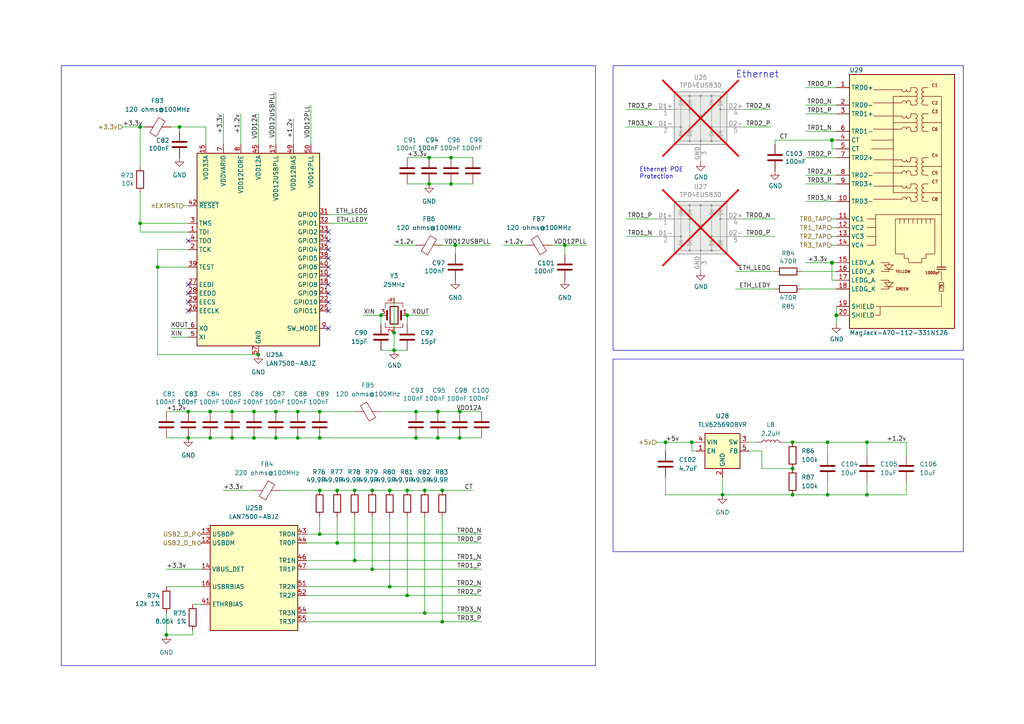
<source format=kicad_sch>
(kicad_sch (version 20250114) (generator "eeschema") (generator_version "9.0")
  (paper "A4")
  (rectangle (start 177.8 104.14) (end 279.4 160.02))
  (rectangle (start 17.78 19.05) (end 172.72 193.04))
  (rectangle (start 177.8 19.05) (end 279.4 101.6))
  (text "Ethernet POE\nProtection" (at 185.42 52.07 0) (effects (font (size 1.27 1.27)) (justify left bottom)))
  (text "Ethernet" (at 213.36 22.86 0) (effects (font (size 2.0066 2.0066)) (justify left bottom)))
  (junction (at 48.26 184.15))
  (junction (at 229.87 135.89))
  (junction (at 120.65 127))
  (junction (at 130.81 53.34))
  (junction (at 251.46 128.27))
  (junction (at 60.96 127))
  (junction (at 209.55 143.51))
  (junction (at 114.3 96.52))
  (junction (at 124.46 45.72))
  (junction (at 107.95 165.1))
  (junction (at 45.72 77.47))
  (junction (at 127 119.38))
  (junction (at 73.66 119.38))
  (junction (at 80.01 119.38))
  (junction (at 193.04 128.27))
  (junction (at 114.3 101.6))
  (junction (at 52.07 36.83))
  (junction (at 102.87 142.24))
  (junction (at 229.87 128.27))
  (junction (at 123.19 177.8))
  (junction (at 133.35 119.38))
  (junction (at 67.31 127))
  (junction (at 163.83 71.12))
  (junction (at 86.36 119.38))
  (junction (at 124.46 53.34))
  (junction (at 113.03 142.24))
  (junction (at 60.96 119.38))
  (junction (at 120.65 119.38))
  (junction (at 251.46 143.51))
  (junction (at 110.49 91.44))
  (junction (at 92.71 154.94))
  (junction (at 92.71 142.24))
  (junction (at 128.27 142.24))
  (junction (at 240.03 143.51))
  (junction (at 229.87 143.51))
  (junction (at 118.11 172.72))
  (junction (at 40.64 64.77))
  (junction (at 80.01 127))
  (junction (at 240.03 128.27))
  (junction (at 133.35 127))
  (junction (at 242.57 91.44) (diameter 1.016))
  (junction (at 73.66 127))
  (junction (at 241.3 76.2) (diameter 1.016))
  (junction (at 102.87 162.56))
  (junction (at 92.71 119.38))
  (junction (at 40.64 36.83))
  (junction (at 74.93 102.87))
  (junction (at 92.71 127))
  (junction (at 97.79 142.24))
  (junction (at 67.31 119.38))
  (junction (at 54.61 119.38))
  (junction (at 123.19 142.24))
  (junction (at 118.11 142.24))
  (junction (at 86.36 127))
  (junction (at 113.03 170.18))
  (junction (at 128.27 180.34))
  (junction (at 200.66 128.27))
  (junction (at 118.11 91.44))
  (junction (at 130.81 45.72))
  (junction (at 107.95 142.24))
  (junction (at 97.79 157.48))
  (junction (at 241.3 40.64) (diameter 1.016))
  (junction (at 132.08 71.12))
  (junction (at 127 127))
  (junction (at 54.61 127))
  (no_connect (at 95.25 69.85))
  (no_connect (at 95.25 85.09))
  (no_connect (at 54.61 87.63))
  (no_connect (at 54.61 69.85))
  (no_connect (at 54.61 90.17))
  (no_connect (at 95.25 87.63))
  (no_connect (at 95.25 82.55))
  (no_connect (at 95.25 77.47))
  (no_connect (at 95.25 67.31))
  (no_connect (at 95.25 80.01))
  (no_connect (at 95.25 72.39))
  (no_connect (at 54.61 82.55))
  (no_connect (at 95.25 95.25))
  (no_connect (at 54.61 85.09))
  (no_connect (at 95.25 74.93))
  (no_connect (at 95.25 90.17))
  (wire (pts (xy 200.66 128.27) (xy 200.66 130.81)))
  (wire (pts (xy 110.49 101.6) (xy 114.3 101.6)))
  (wire (pts (xy 219.71 128.27) (xy 217.17 128.27)))
  (wire (pts (xy 40.64 64.77) (xy 54.61 64.77)))
  (wire (pts (xy 52.07 36.83) (xy 52.07 38.1)))
  (wire (pts (xy 49.53 95.25) (xy 54.61 95.25)))
  (wire (pts (xy 113.03 142.24) (xy 118.11 142.24)))
  (wire (pts (xy 262.89 139.7) (xy 262.89 143.51)))
  (wire (pts (xy 215.9 68.58) (xy 224.79 68.58)))
  (wire (pts (xy 48.26 170.18) (xy 58.42 170.18)))
  (wire (pts (xy 114.3 101.6) (xy 118.11 101.6)))
  (wire (pts (xy 233.68 30.48) (xy 242.57 30.48)))
  (wire (pts (xy 55.88 175.26) (xy 58.42 175.26)))
  (wire (pts (xy 80.01 119.38) (xy 86.36 119.38)))
  (wire (pts (xy 69.85 33.02) (xy 69.85 41.91)))
  (wire (pts (xy 110.49 119.38) (xy 120.65 119.38)))
  (wire (pts (xy 86.36 119.38) (xy 92.71 119.38)))
  (wire (pts (xy 232.41 83.82) (xy 242.57 83.82)))
  (wire (pts (xy 67.31 119.38) (xy 73.66 119.38)))
  (wire (pts (xy 241.3 66.04) (xy 242.57 66.04)))
  (wire (pts (xy 242.57 81.28) (xy 241.3 81.28)))
  (wire (pts (xy 48.26 177.8) (xy 48.26 184.15)))
  (wire (pts (xy 128.27 142.24) (xy 137.16 142.24)))
  (wire (pts (xy 240.03 143.51) (xy 251.46 143.51)))
  (wire (pts (xy 241.3 68.58) (xy 242.57 68.58)))
  (wire (pts (xy 88.9 180.34) (xy 128.27 180.34)))
  (wire (pts (xy 118.11 45.72) (xy 124.46 45.72)))
  (wire (pts (xy 209.55 143.51) (xy 209.55 138.43)))
  (wire (pts (xy 80.01 127) (xy 86.36 127)))
  (wire (pts (xy 193.04 143.51) (xy 209.55 143.51)))
  (wire (pts (xy 48.26 165.1) (xy 58.42 165.1)))
  (wire (pts (xy 54.61 119.38) (xy 60.96 119.38)))
  (wire (pts (xy 92.71 119.38) (xy 102.87 119.38)))
  (wire (pts (xy 40.64 36.83) (xy 41.91 36.83)))
  (wire (pts (xy 181.61 63.5) (xy 190.5 63.5)))
  (wire (pts (xy 107.95 142.24) (xy 113.03 142.24)))
  (wire (pts (xy 118.11 172.72) (xy 118.11 149.86)))
  (wire (pts (xy 67.31 127) (xy 73.66 127)))
  (wire (pts (xy 49.53 97.79) (xy 54.61 97.79)))
  (wire (pts (xy 181.61 31.75) (xy 190.5 31.75)))
  (wire (pts (xy 40.64 67.31) (xy 40.64 64.77)))
  (wire (pts (xy 127 119.38) (xy 133.35 119.38)))
  (wire (pts (xy 193.04 130.81) (xy 193.04 128.27)))
  (wire (pts (xy 88.9 170.18) (xy 113.03 170.18)))
  (wire (pts (xy 215.9 31.75) (xy 223.52 31.75)))
  (wire (pts (xy 130.81 45.72) (xy 137.16 45.72)))
  (wire (pts (xy 241.3 63.5) (xy 242.57 63.5)))
  (wire (pts (xy 86.36 127) (xy 92.71 127)))
  (wire (pts (xy 45.72 77.47) (xy 54.61 77.47)))
  (wire (pts (xy 97.79 142.24) (xy 102.87 142.24)))
  (wire (pts (xy 241.3 43.18) (xy 241.3 40.64)))
  (wire (pts (xy 114.3 96.52) (xy 114.3 101.6)))
  (wire (pts (xy 127 127) (xy 133.35 127)))
  (wire (pts (xy 114.3 71.12) (xy 120.65 71.12)))
  (wire (pts (xy 88.9 165.1) (xy 107.95 165.1)))
  (wire (pts (xy 233.68 58.42) (xy 242.57 58.42)))
  (wire (pts (xy 240.03 143.51) (xy 229.87 143.51)))
  (wire (pts (xy 114.3 86.36) (xy 114.3 96.52)))
  (wire (pts (xy 160.02 71.12) (xy 163.83 71.12)))
  (wire (pts (xy 123.19 142.24) (xy 128.27 142.24)))
  (wire (pts (xy 35.56 36.83) (xy 40.64 36.83)))
  (wire (pts (xy 124.46 45.72) (xy 130.81 45.72)))
  (wire (pts (xy 92.71 127) (xy 120.65 127)))
  (wire (pts (xy 220.98 130.81) (xy 220.98 135.89)))
  (wire (pts (xy 92.71 154.94) (xy 139.7 154.94)))
  (wire (pts (xy 52.07 36.83) (xy 59.69 36.83)))
  (wire (pts (xy 163.83 71.12) (xy 170.18 71.12)))
  (wire (pts (xy 193.04 128.27) (xy 200.66 128.27)))
  (wire (pts (xy 224.79 41.91) (xy 224.79 40.64)))
  (wire (pts (xy 88.9 177.8) (xy 123.19 177.8)))
  (wire (pts (xy 128.27 149.86) (xy 128.27 180.34)))
  (wire (pts (xy 242.57 91.44) (xy 242.57 93.98)))
  (wire (pts (xy 251.46 132.08) (xy 251.46 128.27)))
  (wire (pts (xy 240.03 139.7) (xy 240.03 143.51)))
  (wire (pts (xy 118.11 172.72) (xy 139.7 172.72)))
  (wire (pts (xy 233.68 45.72) (xy 242.57 45.72)))
  (wire (pts (xy 54.61 72.39) (xy 45.72 72.39)))
  (wire (pts (xy 217.17 130.81) (xy 220.98 130.81)))
  (wire (pts (xy 241.3 76.2) (xy 242.57 76.2)))
  (wire (pts (xy 220.98 135.89) (xy 229.87 135.89)))
  (wire (pts (xy 200.66 128.27) (xy 201.93 128.27)))
  (wire (pts (xy 233.68 76.2) (xy 241.3 76.2)))
  (wire (pts (xy 97.79 157.48) (xy 139.7 157.48)))
  (wire (pts (xy 251.46 143.51) (xy 262.89 143.51)))
  (wire (pts (xy 251.46 128.27) (xy 262.89 128.27)))
  (wire (pts (xy 81.28 142.24) (xy 92.71 142.24)))
  (wire (pts (xy 118.11 91.44) (xy 118.11 93.98)))
  (wire (pts (xy 102.87 142.24) (xy 107.95 142.24)))
  (wire (pts (xy 92.71 154.94) (xy 92.71 149.86)))
  (wire (pts (xy 88.9 157.48) (xy 97.79 157.48)))
  (wire (pts (xy 146.05 71.12) (xy 152.4 71.12)))
  (wire (pts (xy 73.66 127) (xy 80.01 127)))
  (wire (pts (xy 242.57 88.9) (xy 242.57 91.44)))
  (wire (pts (xy 120.65 119.38) (xy 127 119.38)))
  (wire (pts (xy 190.5 68.58) (xy 181.61 68.58)))
  (wire (pts (xy 118.11 142.24) (xy 123.19 142.24)))
  (wire (pts (xy 163.83 71.12) (xy 163.83 73.66)))
  (wire (pts (xy 88.9 162.56) (xy 102.87 162.56)))
  (wire (pts (xy 242.57 40.64) (xy 241.3 40.64)))
  (wire (pts (xy 74.93 33.02) (xy 74.93 41.91)))
  (wire (pts (xy 49.53 36.83) (xy 52.07 36.83)))
  (wire (pts (xy 181.61 36.83) (xy 190.5 36.83)))
  (wire (pts (xy 45.72 102.87) (xy 74.93 102.87)))
  (wire (pts (xy 48.26 184.15) (xy 55.88 184.15)))
  (wire (pts (xy 40.64 36.83) (xy 40.64 48.26)))
  (wire (pts (xy 40.64 64.77) (xy 40.64 55.88)))
  (wire (pts (xy 95.25 62.23) (xy 106.68 62.23)))
  (wire (pts (xy 233.68 25.4) (xy 242.57 25.4)))
  (wire (pts (xy 128.27 71.12) (xy 132.08 71.12)))
  (wire (pts (xy 107.95 165.1) (xy 139.7 165.1)))
  (wire (pts (xy 85.09 34.29) (xy 85.09 41.91)))
  (wire (pts (xy 241.3 71.12) (xy 242.57 71.12)))
  (wire (pts (xy 64.77 142.24) (xy 73.66 142.24)))
  (wire (pts (xy 130.81 53.34) (xy 137.16 53.34)))
  (wire (pts (xy 128.27 180.34) (xy 139.7 180.34)))
  (wire (pts (xy 123.19 149.86) (xy 123.19 177.8)))
  (wire (pts (xy 200.66 130.81) (xy 201.93 130.81)))
  (wire (pts (xy 233.68 33.02) (xy 242.57 33.02)))
  (wire (pts (xy 241.3 81.28) (xy 241.3 76.2)))
  (wire (pts (xy 45.72 77.47) (xy 45.72 102.87)))
  (wire (pts (xy 232.41 78.74) (xy 242.57 78.74)))
  (wire (pts (xy 133.35 127) (xy 139.7 127)))
  (wire (pts (xy 229.87 128.27) (xy 227.33 128.27)))
  (wire (pts (xy 209.55 143.51) (xy 229.87 143.51)))
  (wire (pts (xy 123.19 177.8) (xy 139.7 177.8)))
  (wire (pts (xy 97.79 157.48) (xy 97.79 149.86)))
  (wire (pts (xy 48.26 127) (xy 54.61 127)))
  (wire (pts (xy 105.41 91.44) (xy 110.49 91.44)))
  (wire (pts (xy 73.66 119.38) (xy 80.01 119.38)))
  (wire (pts (xy 240.03 128.27) (xy 251.46 128.27)))
  (wire (pts (xy 107.95 165.1) (xy 107.95 149.86)))
  (wire (pts (xy 224.79 40.64) (xy 241.3 40.64)))
  (wire (pts (xy 88.9 172.72) (xy 118.11 172.72)))
  (wire (pts (xy 233.68 50.8) (xy 242.57 50.8)))
  (wire (pts (xy 54.61 127) (xy 60.96 127)))
  (wire (pts (xy 213.36 83.82) (xy 224.79 83.82)))
  (wire (pts (xy 88.9 154.94) (xy 92.71 154.94)))
  (wire (pts (xy 80.01 26.67) (xy 80.01 41.91)))
  (wire (pts (xy 193.04 138.43) (xy 193.04 143.51)))
  (wire (pts (xy 240.03 132.08) (xy 240.03 128.27)))
  (wire (pts (xy 190.5 128.27) (xy 193.04 128.27)))
  (wire (pts (xy 215.9 63.5) (xy 224.79 63.5)))
  (wire (pts (xy 102.87 149.86) (xy 102.87 162.56)))
  (wire (pts (xy 233.68 53.34) (xy 242.57 53.34)))
  (wire (pts (xy 120.65 127) (xy 127 127)))
  (wire (pts (xy 102.87 162.56) (xy 139.7 162.56)))
  (wire (pts (xy 110.49 91.44) (xy 110.49 93.98)))
  (wire (pts (xy 132.08 71.12) (xy 142.24 71.12)))
  (wire (pts (xy 53.34 59.69) (xy 54.61 59.69)))
  (wire (pts (xy 118.11 91.44) (xy 124.46 91.44)))
  (wire (pts (xy 40.64 67.31) (xy 54.61 67.31)))
  (wire (pts (xy 133.35 119.38) (xy 139.7 119.38)))
  (wire (pts (xy 215.9 36.83) (xy 223.52 36.83)))
  (wire (pts (xy 113.03 170.18) (xy 139.7 170.18)))
  (wire (pts (xy 262.89 132.08) (xy 262.89 128.27)))
  (wire (pts (xy 45.72 72.39) (xy 45.72 77.47)))
  (wire (pts (xy 132.08 71.12) (xy 132.08 73.66)))
  (wire (pts (xy 60.96 119.38) (xy 67.31 119.38)))
  (wire (pts (xy 59.69 36.83) (xy 59.69 41.91)))
  (wire (pts (xy 118.11 53.34) (xy 124.46 53.34)))
  (wire (pts (xy 95.25 64.77) (xy 106.68 64.77)))
  (wire (pts (xy 55.88 184.15) (xy 55.88 182.88)))
  (wire (pts (xy 124.46 53.34) (xy 130.81 53.34)))
  (wire (pts (xy 240.03 128.27) (xy 229.87 128.27)))
  (wire (pts (xy 113.03 170.18) (xy 113.03 149.86)))
  (wire (pts (xy 242.57 43.18) (xy 241.3 43.18)))
  (wire (pts (xy 233.68 38.1) (xy 242.57 38.1)))
  (wire (pts (xy 92.71 142.24) (xy 97.79 142.24)))
  (wire (pts (xy 213.36 78.74) (xy 224.79 78.74)))
  (wire (pts (xy 60.96 127) (xy 67.31 127)))
  (wire (pts (xy 48.26 119.38) (xy 54.61 119.38)))
  (wire (pts (xy 251.46 139.7) (xy 251.46 143.51)))
  (wire (pts (xy 90.17 30.48) (xy 90.17 41.91)))
  (wire (pts (xy 64.77 33.02) (xy 64.77 41.91)))
  (label "+3.3v" (at 118.11 45.72 0))
  (label "TRD2_P" (at 241.3 45.72 180))
  (label "+1.2v" (at 48.26 119.38 0))
  (label "TRD0_N" (at 139.7 154.94 180))
  (label "TRD2_N" (at 241.3 50.8 180))
  (label "TRD2_N" (at 223.52 31.75 180))
  (label "VDD12A" (at 139.7 119.38 180))
  (label "+3.3v" (at 35.56 36.83 0))
  (label "+3.3v" (at 64.77 142.24 0))
  (label "+1.2v" (at 146.05 71.12 0))
  (label "ETH_LEDY" (at 106.68 64.77 180))
  (label "TRD0_P" (at 223.52 68.58 180))
  (label "+3.3v" (at 64.77 33.02 270))
  (label "VDD12PLL" (at 170.18 71.12 180))
  (label "VDD12PLL" (at 90.17 30.48 270))
  (label "TRD3_P" (at 241.3 53.34 180))
  (label "TRD2_P" (at 139.7 172.72 180))
  (label "TRD2_P" (at 223.52 36.83 180))
  (label "XOUT" (at 49.53 95.25 0))
  (label "TRD3_N" (at 189.23 36.83 180))
  (label "TRD3_P" (at 189.23 31.75 180))
  (label "TRD3_N" (at 139.7 177.8 180))
  (label "TRD1_P" (at 139.7 165.1 180))
  (label "TRD1_N" (at 241.3 38.1 180))
  (label "CT" (at 137.16 142.24 180))
  (label "TRD3_P" (at 139.7 180.34 180))
  (label "TRD1_P" (at 241.3 33.02 180))
  (label "+1.2v" (at 69.85 33.02 270))
  (label "XIN" (at 49.53 97.79 0))
  (label "TRD1_P" (at 189.23 63.5 180))
  (label "+1.2v" (at 262.89 128.27 180))
  (label "+5v" (at 193.04 128.27 0))
  (label "TRD1_N" (at 189.23 68.58 180))
  (label "TRD0_N" (at 223.52 63.5 180))
  (label "XOUT" (at 124.46 91.44 180))
  (label "TRD0_N" (at 241.3 30.48 180))
  (label "+1.2v" (at 85.09 34.29 270))
  (label "TRD0_P" (at 241.3 25.4 180))
  (label "ETH_LEDG" (at 223.52 78.74 180))
  (label "VDD12USBPLL" (at 80.01 26.67 270))
  (label "+1.2v" (at 114.3 71.12 0))
  (label "CT" (at 226.06 40.64 0))
  (label "VDD12A" (at 74.93 33.02 270))
  (label "TRD0_P" (at 139.7 157.48 180))
  (label "+3.3v" (at 48.26 165.1 0))
  (label "TRD2_N" (at 139.7 170.18 180))
  (label "+3.3v" (at 240.03 76.2 180))
  (label "XIN" (at 105.41 91.44 0))
  (label "TRD1_N" (at 139.7 162.56 180))
  (label "VDD12USBPLL" (at 142.24 71.12 180))
  (label "ETH_LEDG" (at 106.68 62.23 180))
  (label "TRD3_N" (at 241.3 58.42 180))
  (label "ETH_LEDY" (at 223.52 83.82 180))
  (hierarchical_label "TR3_TAP" (shape input) (at 241.3 71.12 180))
  (hierarchical_label "TR1_TAP" (shape input) (at 241.3 66.04 180))
  (hierarchical_label "+3.3v" (shape input) (at 35.56 36.83 180))
  (hierarchical_label "USB2_D_N" (shape bidirectional) (at 58.42 157.48 180))
  (hierarchical_label "nEXTRST" (shape input) (at 53.34 59.69 180))
  (hierarchical_label "USB2_D_P" (shape bidirectional) (at 58.42 154.94 180))
  (hierarchical_label "TR0_TAP" (shape input) (at 241.3 63.5 180))
  (hierarchical_label "TR2_TAP" (shape input) (at 241.3 68.58 180))
  (hierarchical_label "+5v" (shape input) (at 190.5 128.27 180))
  (symbol (lib_id "power:GND") (at 52.07 45.72 0) (unit 1)
    (property "Reference" "#PWR073" (effects (hide yes)))
    (property "Value" "GND" (at 52.07 50.8 0))
    (property "Description" "Power symbol creates a global label with name \"GND\" , ground" (effects (hide yes)))
  )
  (symbol (lib_id "power:GND") (at 203.2 78.74 0) (unit 1)
    (property "Reference" "#PWR081" (effects (hide yes)))
    (property "Value" "GND" (at 203.327 83.1342 0))
    (property "Description" "Power symbol creates a global label with name \"GND\" , ground" (effects (hide yes)))
  )
  (symbol (lib_id "Device:FerriteBead") (at 156.21 71.12 270) (mirror x) (unit 1)
    (property "Reference" "FB7" (at 156.2608 63.5 90))
    (property "Value" "120 ohms@100MHz" (at 156.2608 66.04 90))
    (property "Footprint" "Resistor_SMD:R_0603_1608Metric_Pad0.98x0.95mm_HandSolder" (effects (hide yes)))
    (property "Description" "Ferrite bead" (effects (hide yes)))
    (property "Field5" "MMZ1608S121A" (effects (hide yes)))
  )
  (symbol (lib_id "Device:R") (at 228.6 78.74 270) (unit 1)
    (property "Reference" "R84" (at 228.6 73.4822 90))
    (property "Value" "470R" (at 228.6 75.7936 90))
    (property "Footprint" "Resistor_SMD:R_0603_1608Metric_Pad0.98x0.95mm_HandSolder" (effects (hide yes)))
    (property "Datasheet" "https://fscdn.rohm.com/en/products/databook/datasheet/passive/resistor/chip_resistor/mcr-e.pdf" (effects (hide yes)))
    (property "Field4" "Farnell" (effects (hide yes)))
    (property "Field5" "9239197" (effects (hide yes)))
    (property "Field7" "KOA EUROPE GMBH" (effects (hide yes)))
    (property "Field6" "RK73G1ETQTP4700D         " (effects (hide yes)))
    (property "Field8" "120887981" (effects (hide yes)))
    (property "Part Description" "Resistor 470R M1005 1% 63mW" (effects (hide yes)))
  )
  (symbol (lib_id "Device:C") (at 240.03 135.89 0) (unit 1)
    (property "Reference" "C104" (at 243.84 134.6199 0) (effects (justify left)))
    (property "Value" "10uF" (at 243.84 137.1599 0) (effects (justify left)))
    (property "Footprint" "Capacitor_SMD:C_0805_2012Metric" (effects (hide yes)))
    (property "Description" "Unpolarized capacitor" (effects (hide yes)))
  )
  (symbol (lib_id "Device:C") (at 118.11 49.53 0) (mirror y) (unit 1)
    (property "Reference" "C91" (at 120.904 40.6146 0) (effects (justify left)))
    (property "Value" "100nF" (at 120.904 42.926 0) (effects (justify left)))
    (property "Footprint" "Capacitor_SMD:C_0603_1608Metric_Pad1.08x0.95mm_HandSolder" (effects (hide yes)))
    (property "Datasheet" "https://search.murata.co.jp/Ceramy/image/img/A01X/G101/ENG/GRM155R71C104KA88-01.pdf" (effects (hide yes)))
    (property "Field4" "Farnell" (effects (hide yes)))
    (property "Field5" "2611911" (effects (hide yes)))
    (property "Field6" "RM EMK105 B7104KV-F" (effects (hide yes)))
    (property "Field7" "TAIYO YUDEN EUROPE GMBH" (effects (hide yes)))
    (property "Part Description" "	0.1uF 10% 16V Ceramic Capacitor X7R 0402 (1005 Metric)" (effects (hide yes)))
    (property "Field8" "110091611" (effects (hide yes)))
  )
  (symbol (lib_id "Device:C") (at 193.04 134.62 0) (unit 1)
    (property "Reference" "C102" (at 196.85 133.3499 0) (effects (justify left)))
    (property "Value" "4.7uF" (at 196.85 135.8899 0) (effects (justify left)))
    (property "Footprint" "Capacitor_SMD:C_0805_2012Metric" (effects (hide yes)))
    (property "Description" "Unpolarized capacitor" (effects (hide yes)))
  )
  (symbol (lib_id "CM5IO:TPD4EUSB30") (at 203.2 34.29 0) (unit 1) (exclude_from_sim yes) (in_bom no) (on_board no) (dnp yes)
    (property "Reference" "U26" (at 203.2 22.4282 0))
    (property "Value" "TPD4EUSB30" (at 203.2 24.7396 0))
    (property "Footprint" "Package_SON:USON-10_2.5x1.0mm_P0.5mm" (effects (hide yes)))
    (property "Datasheet" "http://www.ti.com/lit/ds/symlink/tpd2eusb30a.pdf" (effects (hide yes)))
    (property "Field4" "Farnell" (effects (hide yes)))
    (property "Field5" "2335455" (effects (hide yes)))
    (property "Field6" "CDDFN10-3324P-13" (effects (hide yes)))
    (property "Field7" "Bourns" (effects (hide yes)))
    (property "Field8" "UDIO00346" (effects (hide yes)))
    (property "Part Description" "Quad TVS diode for high speed signals (USB3, GigE etc.)" (effects (hide yes)))
  )
  (symbol (lib_id "CM5IO:TPD4EUSB30") (at 203.2 66.04 0) (unit 1) (exclude_from_sim yes) (in_bom no) (on_board no) (dnp yes)
    (property "Reference" "U27" (at 203.2 54.1782 0))
    (property "Value" "TPD4EUSB30" (at 203.2 56.4896 0))
    (property "Footprint" "Package_SON:USON-10_2.5x1.0mm_P0.5mm" (effects (hide yes)))
    (property "Datasheet" "http://www.ti.com/lit/ds/symlink/tpd2eusb30a.pdf" (effects (hide yes)))
    (property "Field4" "Farnell" (effects (hide yes)))
    (property "Field5" "2335455" (effects (hide yes)))
    (property "Field6" "CDDFN10-3324P-13" (effects (hide yes)))
    (property "Field7" "Bourns" (effects (hide yes)))
    (property "Field8" "UDIO00346" (effects (hide yes)))
    (property "Part Description" "Quad TVS diode for high speed signals (USB3, GigE etc.)" (effects (hide yes)))
  )
  (symbol (lib_id "power:GND") (at 114.3 101.6 0) (unit 1)
    (property "Reference" "#PWR076" (effects (hide yes)))
    (property "Value" "GND" (at 114.427 105.9942 0))
    (property "Description" "Power symbol creates a global label with name \"GND\" , ground" (effects (hide yes)))
  )
  (symbol (lib_id "Device:C") (at 127 123.19 0) (mirror y) (unit 1)
    (property "Reference" "C95" (at 129.286 113.2586 0) (effects (justify left)))
    (property "Value" "100nF" (at 129.286 115.57 0) (effects (justify left)))
    (property "Footprint" "Capacitor_SMD:C_0603_1608Metric_Pad1.08x0.95mm_HandSolder" (effects (hide yes)))
    (property "Datasheet" "https://search.murata.co.jp/Ceramy/image/img/A01X/G101/ENG/GRM155R71C104KA88-01.pdf" (effects (hide yes)))
    (property "Field4" "Farnell" (effects (hide yes)))
    (property "Field5" "2611911" (effects (hide yes)))
    (property "Field6" "RM EMK105 B7104KV-F" (effects (hide yes)))
    (property "Field7" "TAIYO YUDEN EUROPE GMBH" (effects (hide yes)))
    (property "Part Description" "	0.1uF 10% 16V Ceramic Capacitor X7R 0402 (1005 Metric)" (effects (hide yes)))
    (property "Field8" "110091611" (effects (hide yes)))
  )
  (symbol (lib_id "Device:R") (at 107.95 146.05 0) (mirror y) (unit 1)
    (property "Reference" "R79" (at 109.728 136.906 0) (effects (justify left)))
    (property "Value" "49.9R" (at 109.728 139.2174 0) (effects (justify left)))
    (property "Footprint" "Resistor_SMD:R_0603_1608Metric_Pad0.98x0.95mm_HandSolder" (effects (hide yes)))
    (property "Datasheet" "https://fscdn.rohm.com/en/products/databook/datasheet/passive/resistor/chip_resistor/mcr-e.pdf" (effects (hide yes)))
    (property "Field4" "Farnell" (effects (hide yes)))
    (property "Field7" "Rohm" (effects (hide yes)))
    (property "Field6" "MCR01MZPF1002" (effects (hide yes)))
    (property "Part Description" "Resistor 10K M1005 1% 63mW" (effects (hide yes)))
  )
  (symbol (lib_id "Device:C") (at 80.01 123.19 0) (mirror y) (unit 1)
    (property "Reference" "C87" (at 82.804 114.2746 0) (effects (justify left)))
    (property "Value" "100nF" (at 82.804 116.586 0) (effects (justify left)))
    (property "Footprint" "Capacitor_SMD:C_0603_1608Metric_Pad1.08x0.95mm_HandSolder" (effects (hide yes)))
    (property "Datasheet" "https://search.murata.co.jp/Ceramy/image/img/A01X/G101/ENG/GRM155R71C104KA88-01.pdf" (effects (hide yes)))
    (property "Field4" "Farnell" (effects (hide yes)))
    (property "Field5" "2611911" (effects (hide yes)))
    (property "Field6" "RM EMK105 B7104KV-F" (effects (hide yes)))
    (property "Field7" "TAIYO YUDEN EUROPE GMBH" (effects (hide yes)))
    (property "Part Description" "	0.1uF 10% 16V Ceramic Capacitor X7R 0402 (1005 Metric)" (effects (hide yes)))
    (property "Field8" "110091611" (effects (hide yes)))
  )
  (symbol (lib_id "Device:R") (at 97.79 146.05 0) (mirror y) (unit 1)
    (property "Reference" "R77" (at 99.568 136.906 0) (effects (justify left)))
    (property "Value" "49.9R" (at 99.568 139.2174 0) (effects (justify left)))
    (property "Footprint" "Resistor_SMD:R_0603_1608Metric_Pad0.98x0.95mm_HandSolder" (effects (hide yes)))
    (property "Datasheet" "https://fscdn.rohm.com/en/products/databook/datasheet/passive/resistor/chip_resistor/mcr-e.pdf" (effects (hide yes)))
    (property "Field4" "Farnell" (effects (hide yes)))
    (property "Field7" "Rohm" (effects (hide yes)))
    (property "Field6" "MCR01MZPF1002" (effects (hide yes)))
    (property "Part Description" "Resistor 10K M1005 1% 63mW" (effects (hide yes)))
  )
  (symbol (lib_id "Device:FerriteBead") (at 45.72 36.83 90) (unit 1)
    (property "Reference" "FB3" (at 45.6692 29.21 90))
    (property "Value" "120 ohms@100MHz" (at 45.6692 31.75 90))
    (property "Footprint" "Resistor_SMD:R_0603_1608Metric_Pad0.98x0.95mm_HandSolder" (effects (hide yes)))
    (property "Description" "Ferrite bead" (effects (hide yes)))
    (property "Field5" "MMZ1608S121A" (effects (hide yes)))
  )
  (symbol (lib_id "Device:C") (at 133.35 123.19 0) (mirror y) (unit 1)
    (property "Reference" "C98" (at 135.636 113.2586 0) (effects (justify left)))
    (property "Value" "100nF" (at 135.636 115.57 0) (effects (justify left)))
    (property "Footprint" "Capacitor_SMD:C_0603_1608Metric_Pad1.08x0.95mm_HandSolder" (effects (hide yes)))
    (property "Datasheet" "https://search.murata.co.jp/Ceramy/image/img/A01X/G101/ENG/GRM155R71C104KA88-01.pdf" (effects (hide yes)))
    (property "Field4" "Farnell" (effects (hide yes)))
    (property "Field5" "2611911" (effects (hide yes)))
    (property "Field6" "RM EMK105 B7104KV-F" (effects (hide yes)))
    (property "Field7" "TAIYO YUDEN EUROPE GMBH" (effects (hide yes)))
    (property "Part Description" "	0.1uF 10% 16V Ceramic Capacitor X7R 0402 (1005 Metric)" (effects (hide yes)))
    (property "Field8" "110091611" (effects (hide yes)))
  )
  (symbol (lib_id "power:GND") (at 74.93 102.87 0) (unit 1)
    (property "Reference" "#PWR075" (effects (hide yes)))
    (property "Value" "GND" (at 74.93 107.95 0))
    (property "Description" "Power symbol creates a global label with name \"GND\" , ground" (effects (hide yes)))
  )
  (symbol (lib_id "Regulator_Switching:TLV62569DBV") (at 209.55 130.81 0) (unit 1)
    (property "Reference" "U28" (at 209.55 120.65 0))
    (property "Value" "TLV62569DBVR" (at 209.55 123.19 0))
    (property "Footprint" "Package_TO_SOT_SMD:SOT-23-5" (effects (hide yes)))
    (property "Datasheet" "http://www.ti.com/lit/ds/symlink/tlv62569.pdf" (effects (hide yes)))
    (property "Description" "High Efficiency Synchronous Buck Converter, Adjustable Output 0.6V-5.5V, 2A, SOT-23-5" (effects (hide yes)))
  )
  (symbol (lib_id "Device:C") (at 48.26 123.19 0) (mirror y) (unit 1)
    (property "Reference" "C81" (at 51.054 114.2746 0) (effects (justify left)))
    (property "Value" "100nF" (at 51.054 116.586 0) (effects (justify left)))
    (property "Footprint" "Capacitor_SMD:C_0603_1608Metric_Pad1.08x0.95mm_HandSolder" (effects (hide yes)))
    (property "Datasheet" "https://search.murata.co.jp/Ceramy/image/img/A01X/G101/ENG/GRM155R71C104KA88-01.pdf" (effects (hide yes)))
    (property "Field4" "Farnell" (effects (hide yes)))
    (property "Field5" "2611911" (effects (hide yes)))
    (property "Field6" "RM EMK105 B7104KV-F" (effects (hide yes)))
    (property "Field7" "TAIYO YUDEN EUROPE GMBH" (effects (hide yes)))
    (property "Part Description" "	0.1uF 10% 16V Ceramic Capacitor X7R 0402 (1005 Metric)" (effects (hide yes)))
    (property "Field8" "110091611" (effects (hide yes)))
  )
  (symbol (lib_id "Device:C") (at 73.66 123.19 0) (mirror y) (unit 1)
    (property "Reference" "C86" (at 76.454 114.2746 0) (effects (justify left)))
    (property "Value" "100nF" (at 76.454 116.586 0) (effects (justify left)))
    (property "Footprint" "Capacitor_SMD:C_0603_1608Metric_Pad1.08x0.95mm_HandSolder" (effects (hide yes)))
    (property "Datasheet" "https://search.murata.co.jp/Ceramy/image/img/A01X/G101/ENG/GRM155R71C104KA88-01.pdf" (effects (hide yes)))
    (property "Field4" "Farnell" (effects (hide yes)))
    (property "Field5" "2611911" (effects (hide yes)))
    (property "Field6" "RM EMK105 B7104KV-F" (effects (hide yes)))
    (property "Field7" "TAIYO YUDEN EUROPE GMBH" (effects (hide yes)))
    (property "Part Description" "	0.1uF 10% 16V Ceramic Capacitor X7R 0402 (1005 Metric)" (effects (hide yes)))
    (property "Field8" "110091611" (effects (hide yes)))
  )
  (symbol (lib_id "Device:C") (at 139.7 123.19 0) (mirror y) (unit 1)
    (property "Reference" "C100" (at 141.986 113.2586 0) (effects (justify left)))
    (property "Value" "100nF" (at 141.986 115.57 0) (effects (justify left)))
    (property "Footprint" "Capacitor_SMD:C_0603_1608Metric_Pad1.08x0.95mm_HandSolder" (effects (hide yes)))
    (property "Datasheet" "https://search.murata.co.jp/Ceramy/image/img/A01X/G101/ENG/GRM155R71C104KA88-01.pdf" (effects (hide yes)))
    (property "Field4" "Farnell" (effects (hide yes)))
    (property "Field5" "2611911" (effects (hide yes)))
    (property "Field6" "RM EMK105 B7104KV-F" (effects (hide yes)))
    (property "Field7" "TAIYO YUDEN EUROPE GMBH" (effects (hide yes)))
    (property "Part Description" "	0.1uF 10% 16V Ceramic Capacitor X7R 0402 (1005 Metric)" (effects (hide yes)))
    (property "Field8" "110091611" (effects (hide yes)))
  )
  (symbol (lib_id "Device:C") (at 130.81 49.53 0) (mirror y) (unit 1)
    (property "Reference" "C96" (at 133.604 40.6146 0) (effects (justify left)))
    (property "Value" "100nF" (at 133.604 42.926 0) (effects (justify left)))
    (property "Footprint" "Capacitor_SMD:C_0603_1608Metric_Pad1.08x0.95mm_HandSolder" (effects (hide yes)))
    (property "Datasheet" "https://search.murata.co.jp/Ceramy/image/img/A01X/G101/ENG/GRM155R71C104KA88-01.pdf" (effects (hide yes)))
    (property "Field4" "Farnell" (effects (hide yes)))
    (property "Field5" "2611911" (effects (hide yes)))
    (property "Field6" "RM EMK105 B7104KV-F" (effects (hide yes)))
    (property "Field7" "TAIYO YUDEN EUROPE GMBH" (effects (hide yes)))
    (property "Part Description" "	0.1uF 10% 16V Ceramic Capacitor X7R 0402 (1005 Metric)" (effects (hide yes)))
    (property "Field8" "110091611" (effects (hide yes)))
  )
  (symbol (lib_id "Device:C") (at 262.89 135.89 0) (unit 1)
    (property "Reference" "C106" (at 266.7 134.6199 0) (effects (justify left)))
    (property "Value" "10uF" (at 266.7 137.1599 0) (effects (justify left)))
    (property "Footprint" "Capacitor_SMD:C_0805_2012Metric" (effects (hide yes)))
    (property "Description" "Unpolarized capacitor" (effects (hide yes)))
  )
  (symbol (lib_id "Device:C") (at 60.96 123.19 0) (mirror y) (unit 1)
    (property "Reference" "C84" (at 63.754 114.2746 0) (effects (justify left)))
    (property "Value" "100nF" (at 63.754 116.586 0) (effects (justify left)))
    (property "Footprint" "Capacitor_SMD:C_0603_1608Metric_Pad1.08x0.95mm_HandSolder" (effects (hide yes)))
    (property "Datasheet" "https://search.murata.co.jp/Ceramy/image/img/A01X/G101/ENG/GRM155R71C104KA88-01.pdf" (effects (hide yes)))
    (property "Field4" "Farnell" (effects (hide yes)))
    (property "Field5" "2611911" (effects (hide yes)))
    (property "Field6" "RM EMK105 B7104KV-F" (effects (hide yes)))
    (property "Field7" "TAIYO YUDEN EUROPE GMBH" (effects (hide yes)))
    (property "Part Description" "	0.1uF 10% 16V Ceramic Capacitor X7R 0402 (1005 Metric)" (effects (hide yes)))
    (property "Field8" "110091611" (effects (hide yes)))
  )
  (symbol (lib_id "Device:R") (at 229.87 132.08 0) (unit 1)
    (property "Reference" "R86" (at 232.41 130.8099 0) (effects (justify left)))
    (property "Value" "100k" (at 232.41 133.3499 0) (effects (justify left)))
    (property "Footprint" "Resistor_SMD:R_0603_1608Metric_Pad0.98x0.95mm_HandSolder" (effects (hide yes)))
    (property "Description" "Resistor" (effects (hide yes)))
  )
  (symbol (lib_id "power:GND") (at 48.26 184.15 0) (unit 1)
    (property "Reference" "#PWR072" (effects (hide yes)))
    (property "Value" "GND" (at 48.26 189.23 0))
    (property "Description" "Power symbol creates a global label with name \"GND\" , ground" (effects (hide yes)))
  )
  (symbol (lib_id "Device:R") (at 40.64 52.07 0) (mirror y) (unit 1)
    (property "Reference" "R73" (at 38.862 50.9016 0) (effects (justify left)))
    (property "Value" "10k" (at 38.862 53.213 0) (effects (justify left)))
    (property "Footprint" "Resistor_SMD:R_0603_1608Metric_Pad0.98x0.95mm_HandSolder" (effects (hide yes)))
    (property "Datasheet" "https://fscdn.rohm.com/en/products/databook/datasheet/passive/resistor/chip_resistor/mcr-e.pdf" (effects (hide yes)))
    (property "Field4" "Farnell" (effects (hide yes)))
    (property "Field7" "Rohm" (effects (hide yes)))
    (property "Field6" "MCR01MZPF1002" (effects (hide yes)))
    (property "Part Description" "Resistor 10K M1005 1% 63mW" (effects (hide yes)))
  )
  (symbol (lib_id "Device:FerriteBead") (at 106.68 119.38 270) (mirror x) (unit 1)
    (property "Reference" "FB5" (at 106.7308 111.76 90))
    (property "Value" "120 ohms@100MHz" (at 106.7308 114.3 90))
    (property "Footprint" "Resistor_SMD:R_0603_1608Metric_Pad0.98x0.95mm_HandSolder" (effects (hide yes)))
    (property "Description" "Ferrite bead" (effects (hide yes)))
    (property "Field5" "MMZ1608S121A" (effects (hide yes)))
  )
  (symbol (lib_id "Device:C") (at 120.65 123.19 0) (mirror y) (unit 1)
    (property "Reference" "C93" (at 122.936 113.2586 0) (effects (justify left)))
    (property "Value" "100nF" (at 122.936 115.57 0) (effects (justify left)))
    (property "Footprint" "Capacitor_SMD:C_0603_1608Metric_Pad1.08x0.95mm_HandSolder" (effects (hide yes)))
    (property "Datasheet" "https://search.murata.co.jp/Ceramy/image/img/A01X/G101/ENG/GRM155R71C104KA88-01.pdf" (effects (hide yes)))
    (property "Field4" "Farnell" (effects (hide yes)))
    (property "Field5" "2611911" (effects (hide yes)))
    (property "Field6" "RM EMK105 B7104KV-F" (effects (hide yes)))
    (property "Field7" "TAIYO YUDEN EUROPE GMBH" (effects (hide yes)))
    (property "Part Description" "	0.1uF 10% 16V Ceramic Capacitor X7R 0402 (1005 Metric)" (effects (hide yes)))
    (property "Field8" "110091611" (effects (hide yes)))
  )
  (symbol (lib_id "Device:C") (at 224.79 45.72 0) (unit 1)
    (property "Reference" "C103" (at 227.711 44.5516 0) (effects (justify left)))
    (property "Value" "100nF" (at 227.711 46.863 0) (effects (justify left)))
    (property "Footprint" "Capacitor_SMD:C_0603_1608Metric_Pad1.08x0.95mm_HandSolder" (effects (hide yes)))
    (property "Datasheet" "https://search.murata.co.jp/Ceramy/image/img/A01X/G101/ENG/GRM155R71C104KA88-01.pdf" (effects (hide yes)))
    (property "Field4" "Farnell" (effects (hide yes)))
    (property "Field5" "2611911" (effects (hide yes)))
    (property "Field6" "RM EMK105 B7104KV-F" (effects (hide yes)))
    (property "Field7" "TAIYO YUDEN EUROPE GMBH" (effects (hide yes)))
    (property "Part Description" "	0.1uF 10% 16V Ceramic Capacitor X7R 0402 (1005 Metric)" (effects (hide yes)))
    (property "Field8" "110091611" (effects (hide yes)))
  )
  (symbol (lib_id "Device:C") (at 137.16 49.53 0) (mirror y) (unit 1)
    (property "Reference" "C99" (at 139.954 40.6146 0) (effects (justify left)))
    (property "Value" "100nF" (at 139.954 42.926 0) (effects (justify left)))
    (property "Footprint" "Capacitor_SMD:C_0603_1608Metric_Pad1.08x0.95mm_HandSolder" (effects (hide yes)))
    (property "Datasheet" "https://search.murata.co.jp/Ceramy/image/img/A01X/G101/ENG/GRM155R71C104KA88-01.pdf" (effects (hide yes)))
    (property "Field4" "Farnell" (effects (hide yes)))
    (property "Field5" "2611911" (effects (hide yes)))
    (property "Field6" "RM EMK105 B7104KV-F" (effects (hide yes)))
    (property "Field7" "TAIYO YUDEN EUROPE GMBH" (effects (hide yes)))
    (property "Part Description" "	0.1uF 10% 16V Ceramic Capacitor X7R 0402 (1005 Metric)" (effects (hide yes)))
    (property "Field8" "110091611" (effects (hide yes)))
  )
  (symbol (lib_id "Device:R") (at 228.6 83.82 270) (unit 1)
    (property "Reference" "R85" (at 228.6 88.9 90))
    (property "Value" "470R" (at 228.6 86.36 90))
    (property "Footprint" "Resistor_SMD:R_0603_1608Metric_Pad0.98x0.95mm_HandSolder" (effects (hide yes)))
    (property "Datasheet" "https://fscdn.rohm.com/en/products/databook/datasheet/passive/resistor/chip_resistor/mcr-e.pdf" (effects (hide yes)))
    (property "Field4" "Farnell" (effects (hide yes)))
    (property "Field5" "9239197" (effects (hide yes)))
    (property "Field7" "KOA EUROPE GMBH" (effects (hide yes)))
    (property "Field6" "RK73G1ETQTP4700D         " (effects (hide yes)))
    (property "Field8" "120887981" (effects (hide yes)))
    (property "Part Description" "Resistor 470R M1005 1% 63mW" (effects (hide yes)))
  )
  (symbol (lib_id "Device:Crystal_GND24") (at 114.3 91.44 180) (unit 1)
    (property "Reference" "Y3" (at 114.3 80.01 0))
    (property "Value" "25MHz" (at 114.3 82.55 0))
    (property "Footprint" "Crystal:Crystal_SMD_3225-4Pin_3.2x2.5mm" (effects (hide yes)))
    (property "Description" "Four pin crystal, GND on pins 2 and 4" (effects (hide yes)))
  )
  (symbol (lib_id "Device:R") (at 113.03 146.05 0) (mirror y) (unit 1)
    (property "Reference" "R80" (at 114.808 136.906 0) (effects (justify left)))
    (property "Value" "49.9R" (at 114.808 139.2174 0) (effects (justify left)))
    (property "Footprint" "Resistor_SMD:R_0603_1608Metric_Pad0.98x0.95mm_HandSolder" (effects (hide yes)))
    (property "Datasheet" "https://fscdn.rohm.com/en/products/databook/datasheet/passive/resistor/chip_resistor/mcr-e.pdf" (effects (hide yes)))
    (property "Field4" "Farnell" (effects (hide yes)))
    (property "Field7" "Rohm" (effects (hide yes)))
    (property "Field6" "MCR01MZPF1002" (effects (hide yes)))
    (property "Part Description" "Resistor 10K M1005 1% 63mW" (effects (hide yes)))
  )
  (symbol (lib_id "Device:R") (at 123.19 146.05 0) (mirror y) (unit 1)
    (property "Reference" "R82" (at 124.968 136.906 0) (effects (justify left)))
    (property "Value" "49.9R" (at 124.968 139.2174 0) (effects (justify left)))
    (property "Footprint" "Resistor_SMD:R_0603_1608Metric_Pad0.98x0.95mm_HandSolder" (effects (hide yes)))
    (property "Datasheet" "https://fscdn.rohm.com/en/products/databook/datasheet/passive/resistor/chip_resistor/mcr-e.pdf" (effects (hide yes)))
    (property "Field4" "Farnell" (effects (hide yes)))
    (property "Field7" "Rohm" (effects (hide yes)))
    (property "Field6" "MCR01MZPF1002" (effects (hide yes)))
    (property "Part Description" "Resistor 10K M1005 1% 63mW" (effects (hide yes)))
  )
  (symbol (lib_id "Device:R") (at 118.11 146.05 0) (mirror y) (unit 1)
    (property "Reference" "R81" (at 119.888 136.906 0) (effects (justify left)))
    (property "Value" "49.9R" (at 119.888 139.2174 0) (effects (justify left)))
    (property "Footprint" "Resistor_SMD:R_0603_1608Metric_Pad0.98x0.95mm_HandSolder" (effects (hide yes)))
    (property "Datasheet" "https://fscdn.rohm.com/en/products/databook/datasheet/passive/resistor/chip_resistor/mcr-e.pdf" (effects (hide yes)))
    (property "Field4" "Farnell" (effects (hide yes)))
    (property "Field7" "Rohm" (effects (hide yes)))
    (property "Field6" "MCR01MZPF1002" (effects (hide yes)))
    (property "Part Description" "Resistor 10K M1005 1% 63mW" (effects (hide yes)))
  )
  (symbol (lib_id "Interface_Ethernet:LAN7500-ABJZ") (at 74.93 72.39 0) (unit 1)
    (property "Reference" "U25" (at 77.0733 102.87 0) (effects (justify left)))
    (property "Value" "LAN7500-ABJZ" (at 77.0733 105.41 0) (effects (justify left)))
    (property "Footprint" "Package_DFN_QFN:QFN-56-1EP_8x8mm_P0.5mm_EP5.9x5.9mm" (effects (hide yes)))
    (property "Datasheet" "http://ww1.microchip.com/downloads/en/DeviceDoc/00001734B.pdf" (effects (hide yes)))
    (property "Description" "Hi-Speed USB 2.0 to 10/100/1000 Ethernet Controller, QFN-56" (effects (hide yes)))
  )
  (symbol (lib_id "Device:R") (at 128.27 146.05 0) (mirror y) (unit 1)
    (property "Reference" "R83" (at 130.048 136.906 0) (effects (justify left)))
    (property "Value" "49.9R" (at 130.048 139.2174 0) (effects (justify left)))
    (property "Footprint" "Resistor_SMD:R_0603_1608Metric_Pad0.98x0.95mm_HandSolder" (effects (hide yes)))
    (property "Datasheet" "https://fscdn.rohm.com/en/products/databook/datasheet/passive/resistor/chip_resistor/mcr-e.pdf" (effects (hide yes)))
    (property "Field4" "Farnell" (effects (hide yes)))
    (property "Field7" "Rohm" (effects (hide yes)))
    (property "Field6" "MCR01MZPF1002" (effects (hide yes)))
    (property "Part Description" "Resistor 10K M1005 1% 63mW" (effects (hide yes)))
  )
  (symbol (lib_id "CM5IO:MagJack-A70-112-331N126") (at 264.16 96.52 0) (unit 1)
    (property "Reference" "U29" (at 246.38 20.32 0) (effects (justify left)))
    (property "Value" "MagJack-A70-112-331N126" (at 246.38 96.52 0) (effects (justify left)))
    (property "Footprint" "CM5IO:TRJG0926HENL" (effects (hide yes)))
    (property "Datasheet" "https://p.globalsources.com/IMAGES/PDT/SPEC/690/K1160305690.pdf" (effects (hide yes)))
    (property "Field6" "TRJG0926HENL" (effects (hide yes)))
    (property "Field7" "Trxcon" (effects (hide yes)))
    (property "Field8" "UCON00900" (effects (hide yes)))
    (property "Part Description" "Gigabit Ethernet Magjack" (effects (hide yes)))
    (property "Field5" "TRJG0926HENL" (effects (hide yes)))
  )
  (symbol (lib_id "Device:R") (at 92.71 146.05 0) (mirror y) (unit 1)
    (property "Reference" "R76" (at 94.488 136.906 0) (effects (justify left)))
    (property "Value" "49.9R" (at 94.488 139.2174 0) (effects (justify left)))
    (property "Footprint" "Resistor_SMD:R_0603_1608Metric_Pad0.98x0.95mm_HandSolder" (effects (hide yes)))
    (property "Datasheet" "https://fscdn.rohm.com/en/products/databook/datasheet/passive/resistor/chip_resistor/mcr-e.pdf" (effects (hide yes)))
    (property "Field4" "Farnell" (effects (hide yes)))
    (property "Field7" "Rohm" (effects (hide yes)))
    (property "Field6" "MCR01MZPF1002" (effects (hide yes)))
    (property "Part Description" "Resistor 10K M1005 1% 63mW" (effects (hide yes)))
  )
  (symbol (lib_id "Device:C") (at 110.49 97.79 0) (mirror y) (unit 1)
    (property "Reference" "C90" (at 106.68 96.5199 0) (effects (justify left)))
    (property "Value" "15pF" (at 106.68 99.0599 0) (effects (justify left)))
    (property "Footprint" "Capacitor_SMD:C_0603_1608Metric_Pad1.08x0.95mm_HandSolder" (effects (hide yes)))
    (property "Description" "Unpolarized capacitor" (effects (hide yes)))
  )
  (symbol (lib_id "Interface_Ethernet:LAN7500-ABJZ") (at 73.66 167.64 0) (unit 2)
    (property "Reference" "U25" (at 73.66 147.32 0))
    (property "Value" "LAN7500-ABJZ" (at 73.66 149.86 0))
    (property "Footprint" "Package_DFN_QFN:QFN-56-1EP_8x8mm_P0.5mm_EP5.9x5.9mm" (effects (hide yes)))
    (property "Datasheet" "http://ww1.microchip.com/downloads/en/DeviceDoc/00001734B.pdf" (effects (hide yes)))
    (property "Description" "Hi-Speed USB 2.0 to 10/100/1000 Ethernet Controller, QFN-56" (effects (hide yes)))
  )
  (symbol (lib_id "Device:R") (at 102.87 146.05 0) (mirror y) (unit 1)
    (property "Reference" "R78" (at 104.648 136.906 0) (effects (justify left)))
    (property "Value" "49.9R" (at 104.648 139.2174 0) (effects (justify left)))
    (property "Footprint" "Resistor_SMD:R_0603_1608Metric_Pad0.98x0.95mm_HandSolder" (effects (hide yes)))
    (property "Datasheet" "https://fscdn.rohm.com/en/products/databook/datasheet/passive/resistor/chip_resistor/mcr-e.pdf" (effects (hide yes)))
    (property "Field4" "Farnell" (effects (hide yes)))
    (property "Field7" "Rohm" (effects (hide yes)))
    (property "Field6" "MCR01MZPF1002" (effects (hide yes)))
    (property "Part Description" "Resistor 10K M1005 1% 63mW" (effects (hide yes)))
  )
  (symbol (lib_id "power:GND") (at 224.79 49.53 0) (unit 1)
    (property "Reference" "#PWR083" (effects (hide yes)))
    (property "Value" "GND" (at 224.917 53.9242 0))
    (property "Description" "Power symbol creates a global label with name \"GND\" , ground" (effects (hide yes)))
  )
  (symbol (lib_id "Device:C") (at 124.46 49.53 0) (mirror y) (unit 1)
    (property "Reference" "C94" (at 127.254 40.6146 0) (effects (justify left)))
    (property "Value" "100nF" (at 127.254 42.926 0) (effects (justify left)))
    (property "Footprint" "Capacitor_SMD:C_0603_1608Metric_Pad1.08x0.95mm_HandSolder" (effects (hide yes)))
    (property "Datasheet" "https://search.murata.co.jp/Ceramy/image/img/A01X/G101/ENG/GRM155R71C104KA88-01.pdf" (effects (hide yes)))
    (property "Field4" "Farnell" (effects (hide yes)))
    (property "Field5" "2611911" (effects (hide yes)))
    (property "Field6" "RM EMK105 B7104KV-F" (effects (hide yes)))
    (property "Field7" "TAIYO YUDEN EUROPE GMBH" (effects (hide yes)))
    (property "Part Description" "	0.1uF 10% 16V Ceramic Capacitor X7R 0402 (1005 Metric)" (effects (hide yes)))
    (property "Field8" "110091611" (effects (hide yes)))
  )
  (symbol (lib_id "Device:C") (at 132.08 77.47 0) (mirror y) (unit 1)
    (property "Reference" "C97" (at 129.159 76.3016 0) (effects (justify left)))
    (property "Value" "100nF" (at 129.159 78.613 0) (effects (justify left)))
    (property "Footprint" "Capacitor_SMD:C_0603_1608Metric_Pad1.08x0.95mm_HandSolder" (effects (hide yes)))
    (property "Datasheet" "https://search.murata.co.jp/Ceramy/image/img/A01X/G101/ENG/GRM155R71C104KA88-01.pdf" (effects (hide yes)))
    (property "Field4" "Farnell" (effects (hide yes)))
    (property "Field5" "2611911" (effects (hide yes)))
    (property "Field6" "RM EMK105 B7104KV-F" (effects (hide yes)))
    (property "Field7" "TAIYO YUDEN EUROPE GMBH" (effects (hide yes)))
    (property "Part Description" "	0.1uF 10% 16V Ceramic Capacitor X7R 0402 (1005 Metric)" (effects (hide yes)))
    (property "Field8" "110091611" (effects (hide yes)))
  )
  (symbol (lib_id "Device:R") (at 48.26 173.99 0) (mirror y) (unit 1)
    (property "Reference" "R74" (at 46.482 172.8216 0) (effects (justify left)))
    (property "Value" "12k 1%" (at 46.482 175.133 0) (effects (justify left)))
    (property "Footprint" "Resistor_SMD:R_0603_1608Metric_Pad0.98x0.95mm_HandSolder" (effects (hide yes)))
    (property "Datasheet" "https://fscdn.rohm.com/en/products/databook/datasheet/passive/resistor/chip_resistor/mcr-e.pdf" (effects (hide yes)))
    (property "Field4" "Farnell" (effects (hide yes)))
    (property "Field7" "Rohm" (effects (hide yes)))
    (property "Field6" "MCR01MZPF1002" (effects (hide yes)))
    (property "Part Description" "Resistor 10K M1005 1% 63mW" (effects (hide yes)))
  )
  (symbol (lib_id "Device:FerriteBead") (at 77.47 142.24 90) (unit 1)
    (property "Reference" "FB4" (at 77.4192 134.62 90))
    (property "Value" "220 ohms@100MHz" (at 77.4192 137.16 90))
    (property "Footprint" "Inductor_SMD:L_0805_2012Metric" (effects (hide yes)))
    (property "Description" "Ferrite bead" (effects (hide yes)))
    (property "Field5" "BLM21PG221SN1D" (effects (hide yes)))
  )
  (symbol (lib_id "Device:C") (at 251.46 135.89 0) (unit 1)
    (property "Reference" "C105" (at 255.27 134.6199 0) (effects (justify left)))
    (property "Value" "10uF" (at 255.27 137.1599 0) (effects (justify left)))
    (property "Footprint" "Capacitor_SMD:C_0805_2012Metric" (effects (hide yes)))
    (property "Description" "Unpolarized capacitor" (effects (hide yes)))
  )
  (symbol (lib_id "Device:L") (at 223.52 128.27 90) (unit 1)
    (property "Reference" "L8" (at 223.52 123.19 90))
    (property "Value" "2.2uH" (at 223.52 125.73 90))
    (property "Footprint" "CM5IO:L_Bourns_SRP5030CC" (effects (hide yes)))
    (property "Datasheet" "https://abracon.com/Magnetics/power/ASPI-0530HI.pdf" (effects (hide yes)))
    (property "Description" "Inductor" (effects (hide yes)))
  )
  (symbol (lib_id "Device:FerriteBead") (at 124.46 71.12 90) (unit 1)
    (property "Reference" "FB6" (at 124.4092 63.5 90))
    (property "Value" "120 ohms@100MHz" (at 124.4092 66.04 90))
    (property "Footprint" "Resistor_SMD:R_0603_1608Metric_Pad0.98x0.95mm_HandSolder" (effects (hide yes)))
    (property "Description" "Ferrite bead" (effects (hide yes)))
    (property "Field5" "MMZ1608S121A" (effects (hide yes)))
  )
  (symbol (lib_id "Device:C") (at 67.31 123.19 0) (mirror y) (unit 1)
    (property "Reference" "C85" (at 70.104 114.2746 0) (effects (justify left)))
    (property "Value" "100nF" (at 70.104 116.586 0) (effects (justify left)))
    (property "Footprint" "Capacitor_SMD:C_0603_1608Metric_Pad1.08x0.95mm_HandSolder" (effects (hide yes)))
    (property "Datasheet" "https://search.murata.co.jp/Ceramy/image/img/A01X/G101/ENG/GRM155R71C104KA88-01.pdf" (effects (hide yes)))
    (property "Field4" "Farnell" (effects (hide yes)))
    (property "Field5" "2611911" (effects (hide yes)))
    (property "Field6" "RM EMK105 B7104KV-F" (effects (hide yes)))
    (property "Field7" "TAIYO YUDEN EUROPE GMBH" (effects (hide yes)))
    (property "Part Description" "	0.1uF 10% 16V Ceramic Capacitor X7R 0402 (1005 Metric)" (effects (hide yes)))
    (property "Field8" "110091611" (effects (hide yes)))
  )
  (symbol (lib_id "Device:R") (at 229.87 139.7 0) (unit 1)
    (property "Reference" "R87" (at 232.41 138.4299 0) (effects (justify left)))
    (property "Value" "100k" (at 232.41 140.9699 0) (effects (justify left)))
    (property "Footprint" "Resistor_SMD:R_0603_1608Metric_Pad0.98x0.95mm_HandSolder" (effects (hide yes)))
    (property "Description" "Resistor" (effects (hide yes)))
  )
  (symbol (lib_id "power:GND") (at 209.55 143.51 0) (unit 1)
    (property "Reference" "#PWR082" (effects (hide yes)))
    (property "Value" "GND" (at 209.55 148.59 0))
    (property "Description" "Power symbol creates a global label with name \"GND\" , ground" (effects (hide yes)))
  )
  (symbol (lib_id "power:GND") (at 163.83 81.28 0) (unit 1)
    (property "Reference" "#PWR079" (effects (hide yes)))
    (property "Value" "GND" (at 163.83 86.36 0))
    (property "Description" "Power symbol creates a global label with name \"GND\" , ground" (effects (hide yes)))
  )
  (symbol (lib_id "Device:C") (at 92.71 123.19 0) (mirror y) (unit 1)
    (property "Reference" "C89" (at 95.504 114.2746 0) (effects (justify left)))
    (property "Value" "100nF" (at 95.504 116.586 0) (effects (justify left)))
    (property "Footprint" "Capacitor_SMD:C_0603_1608Metric_Pad1.08x0.95mm_HandSolder" (effects (hide yes)))
    (property "Datasheet" "https://search.murata.co.jp/Ceramy/image/img/A01X/G101/ENG/GRM155R71C104KA88-01.pdf" (effects (hide yes)))
    (property "Field4" "Farnell" (effects (hide yes)))
    (property "Field5" "2611911" (effects (hide yes)))
    (property "Field6" "RM EMK105 B7104KV-F" (effects (hide yes)))
    (property "Field7" "TAIYO YUDEN EUROPE GMBH" (effects (hide yes)))
    (property "Part Description" "	0.1uF 10% 16V Ceramic Capacitor X7R 0402 (1005 Metric)" (effects (hide yes)))
    (property "Field8" "110091611" (effects (hide yes)))
  )
  (symbol (lib_id "power:GND") (at 132.08 81.28 0) (unit 1)
    (property "Reference" "#PWR078" (effects (hide yes)))
    (property "Value" "GND" (at 132.08 86.36 0))
    (property "Description" "Power symbol creates a global label with name \"GND\" , ground" (effects (hide yes)))
  )
  (symbol (lib_id "Device:C") (at 118.11 97.79 0) (unit 1)
    (property "Reference" "C92" (at 121.92 96.5199 0) (effects (justify left)))
    (property "Value" "15pF" (at 121.92 99.0599 0) (effects (justify left)))
    (property "Footprint" "Capacitor_SMD:C_0603_1608Metric_Pad1.08x0.95mm_HandSolder" (effects (hide yes)))
    (property "Description" "Unpolarized capacitor" (effects (hide yes)))
  )
  (symbol (lib_id "Device:R") (at 55.88 179.07 0) (mirror y) (unit 1)
    (property "Reference" "R75" (at 54.102 177.9016 0) (effects (justify left)))
    (property "Value" "8.06k 1%" (at 54.102 180.213 0) (effects (justify left)))
    (property "Footprint" "Resistor_SMD:R_0603_1608Metric_Pad0.98x0.95mm_HandSolder" (effects (hide yes)))
    (property "Datasheet" "https://fscdn.rohm.com/en/products/databook/datasheet/passive/resistor/chip_resistor/mcr-e.pdf" (effects (hide yes)))
    (property "Field4" "Farnell" (effects (hide yes)))
    (property "Field7" "Rohm" (effects (hide yes)))
    (property "Field6" "MCR01MZPF1002" (effects (hide yes)))
    (property "Part Description" "Resistor 10K M1005 1% 63mW" (effects (hide yes)))
  )
  (symbol (lib_id "Device:C") (at 86.36 123.19 0) (mirror y) (unit 1)
    (property "Reference" "C88" (at 89.154 114.2746 0) (effects (justify left)))
    (property "Value" "100nF" (at 89.154 116.586 0) (effects (justify left)))
    (property "Footprint" "Capacitor_SMD:C_0603_1608Metric_Pad1.08x0.95mm_HandSolder" (effects (hide yes)))
    (property "Datasheet" "https://search.murata.co.jp/Ceramy/image/img/A01X/G101/ENG/GRM155R71C104KA88-01.pdf" (effects (hide yes)))
    (property "Field4" "Farnell" (effects (hide yes)))
    (property "Field5" "2611911" (effects (hide yes)))
    (property "Field6" "RM EMK105 B7104KV-F" (effects (hide yes)))
    (property "Field7" "TAIYO YUDEN EUROPE GMBH" (effects (hide yes)))
    (property "Part Description" "	0.1uF 10% 16V Ceramic Capacitor X7R 0402 (1005 Metric)" (effects (hide yes)))
    (property "Field8" "110091611" (effects (hide yes)))
  )
  (symbol (lib_id "Device:C") (at 52.07 41.91 0) (mirror y) (unit 1)
    (property "Reference" "C82" (at 49.149 40.7416 0) (effects (justify left)))
    (property "Value" "100nF" (at 49.149 43.053 0) (effects (justify left)))
    (property "Footprint" "Capacitor_SMD:C_0603_1608Metric_Pad1.08x0.95mm_HandSolder" (effects (hide yes)))
    (property "Datasheet" "https://search.murata.co.jp/Ceramy/image/img/A01X/G101/ENG/GRM155R71C104KA88-01.pdf" (effects (hide yes)))
    (property "Field4" "Farnell" (effects (hide yes)))
    (property "Field5" "2611911" (effects (hide yes)))
    (property "Field6" "RM EMK105 B7104KV-F" (effects (hide yes)))
    (property "Field7" "TAIYO YUDEN EUROPE GMBH" (effects (hide yes)))
    (property "Part Description" "	0.1uF 10% 16V Ceramic Capacitor X7R 0402 (1005 Metric)" (effects (hide yes)))
    (property "Field8" "110091611" (effects (hide yes)))
  )
  (symbol (lib_id "power:GND") (at 54.61 127 0) (unit 1)
    (property "Reference" "#PWR074" (effects (hide yes)))
    (property "Value" "GND" (at 54.61 132.08 0))
    (property "Description" "Power symbol creates a global label with name \"GND\" , ground" (effects (hide yes)))
  )
  (symbol (lib_id "Device:C") (at 163.83 77.47 0) (mirror y) (unit 1)
    (property "Reference" "C101" (at 160.909 76.3016 0) (effects (justify left)))
    (property "Value" "100nF" (at 160.909 78.613 0) (effects (justify left)))
    (property "Footprint" "Capacitor_SMD:C_0603_1608Metric_Pad1.08x0.95mm_HandSolder" (effects (hide yes)))
    (property "Datasheet" "https://search.murata.co.jp/Ceramy/image/img/A01X/G101/ENG/GRM155R71C104KA88-01.pdf" (effects (hide yes)))
    (property "Field4" "Farnell" (effects (hide yes)))
    (property "Field5" "2611911" (effects (hide yes)))
    (property "Field6" "RM EMK105 B7104KV-F" (effects (hide yes)))
    (property "Field7" "TAIYO YUDEN EUROPE GMBH" (effects (hide yes)))
    (property "Part Description" "	0.1uF 10% 16V Ceramic Capacitor X7R 0402 (1005 Metric)" (effects (hide yes)))
    (property "Field8" "110091611" (effects (hide yes)))
  )
  (symbol (lib_id "Device:C") (at 54.61 123.19 0) (mirror y) (unit 1)
    (property "Reference" "C83" (at 57.404 114.2746 0) (effects (justify left)))
    (property "Value" "100nF" (at 57.404 116.586 0) (effects (justify left)))
    (property "Footprint" "Capacitor_SMD:C_0603_1608Metric_Pad1.08x0.95mm_HandSolder" (effects (hide yes)))
    (property "Datasheet" "https://search.murata.co.jp/Ceramy/image/img/A01X/G101/ENG/GRM155R71C104KA88-01.pdf" (effects (hide yes)))
    (property "Field4" "Farnell" (effects (hide yes)))
    (property "Field5" "2611911" (effects (hide yes)))
    (property "Field6" "RM EMK105 B7104KV-F" (effects (hide yes)))
    (property "Field7" "TAIYO YUDEN EUROPE GMBH" (effects (hide yes)))
    (property "Part Description" "	0.1uF 10% 16V Ceramic Capacitor X7R 0402 (1005 Metric)" (effects (hide yes)))
    (property "Field8" "110091611" (effects (hide yes)))
  )
  (symbol (lib_id "power:GND") (at 124.46 53.34 0) (unit 1)
    (property "Reference" "#PWR077" (effects (hide yes)))
    (property "Value" "GND" (at 124.46 58.42 0))
    (property "Description" "Power symbol creates a global label with name \"GND\" , ground" (effects (hide yes)))
  )
  (symbol (lib_id "power:GND") (at 242.57 93.98 0) (unit 1)
    (property "Reference" "#PWR084" (effects (hide yes)))
    (property "Value" "GND" (at 242.697 98.3742 0))
    (property "Description" "Power symbol creates a global label with name \"GND\" , ground" (effects (hide yes)))
  )
  (symbol (lib_id "power:GND") (at 203.2 46.99 0) (unit 1)
    (property "Reference" "#PWR080" (effects (hide yes)))
    (property "Value" "GND" (at 203.327 51.3842 0))
    (property "Description" "Power symbol creates a global label with name \"GND\" , ground" (effects (hide yes)))
  )
)
</source>
